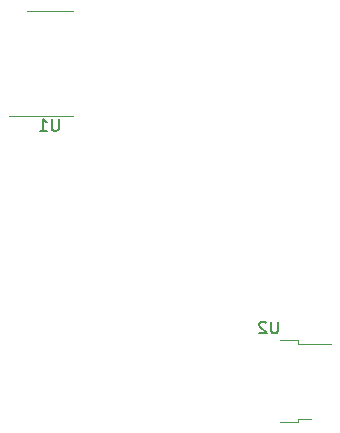
<source format=gbo>
%TF.GenerationSoftware,KiCad,Pcbnew,(5.1.10)-1*%
%TF.CreationDate,2021-07-24T22:22:28-04:00*%
%TF.ProjectId,PSU_fix,5053555f-6669-4782-9e6b-696361645f70,rev?*%
%TF.SameCoordinates,Original*%
%TF.FileFunction,Legend,Bot*%
%TF.FilePolarity,Positive*%
%FSLAX46Y46*%
G04 Gerber Fmt 4.6, Leading zero omitted, Abs format (unit mm)*
G04 Created by KiCad (PCBNEW (5.1.10)-1) date 2021-07-24 22:22:28*
%MOMM*%
%LPD*%
G01*
G04 APERTURE LIST*
%ADD10C,0.120000*%
%ADD11C,0.150000*%
G04 APERTURE END LIST*
D10*
%TO.C,U1*%
X87884000Y-55001000D02*
X89834000Y-55001000D01*
X87884000Y-55001000D02*
X85934000Y-55001000D01*
X87884000Y-63871000D02*
X89834000Y-63871000D01*
X87884000Y-63871000D02*
X84434000Y-63871000D01*
%TO.C,U2*%
X107421400Y-82910000D02*
X108921400Y-82910000D01*
X108921400Y-82910000D02*
X108921400Y-83180000D01*
X108921400Y-83180000D02*
X111751400Y-83180000D01*
X107421400Y-89810000D02*
X108921400Y-89810000D01*
X108921400Y-89810000D02*
X108921400Y-89540000D01*
X108921400Y-89540000D02*
X110021400Y-89540000D01*
%TO.C,U1*%
D11*
X88645904Y-64168380D02*
X88645904Y-64977904D01*
X88598285Y-65073142D01*
X88550666Y-65120761D01*
X88455428Y-65168380D01*
X88264952Y-65168380D01*
X88169714Y-65120761D01*
X88122095Y-65073142D01*
X88074476Y-64977904D01*
X88074476Y-64168380D01*
X87074476Y-65168380D02*
X87645904Y-65168380D01*
X87360190Y-65168380D02*
X87360190Y-64168380D01*
X87455428Y-64311238D01*
X87550666Y-64406476D01*
X87645904Y-64454095D01*
%TO.C,U2*%
X107213304Y-81312380D02*
X107213304Y-82121904D01*
X107165685Y-82217142D01*
X107118066Y-82264761D01*
X107022828Y-82312380D01*
X106832352Y-82312380D01*
X106737114Y-82264761D01*
X106689495Y-82217142D01*
X106641876Y-82121904D01*
X106641876Y-81312380D01*
X106213304Y-81407619D02*
X106165685Y-81360000D01*
X106070447Y-81312380D01*
X105832352Y-81312380D01*
X105737114Y-81360000D01*
X105689495Y-81407619D01*
X105641876Y-81502857D01*
X105641876Y-81598095D01*
X105689495Y-81740952D01*
X106260923Y-82312380D01*
X105641876Y-82312380D01*
%TD*%
M02*

</source>
